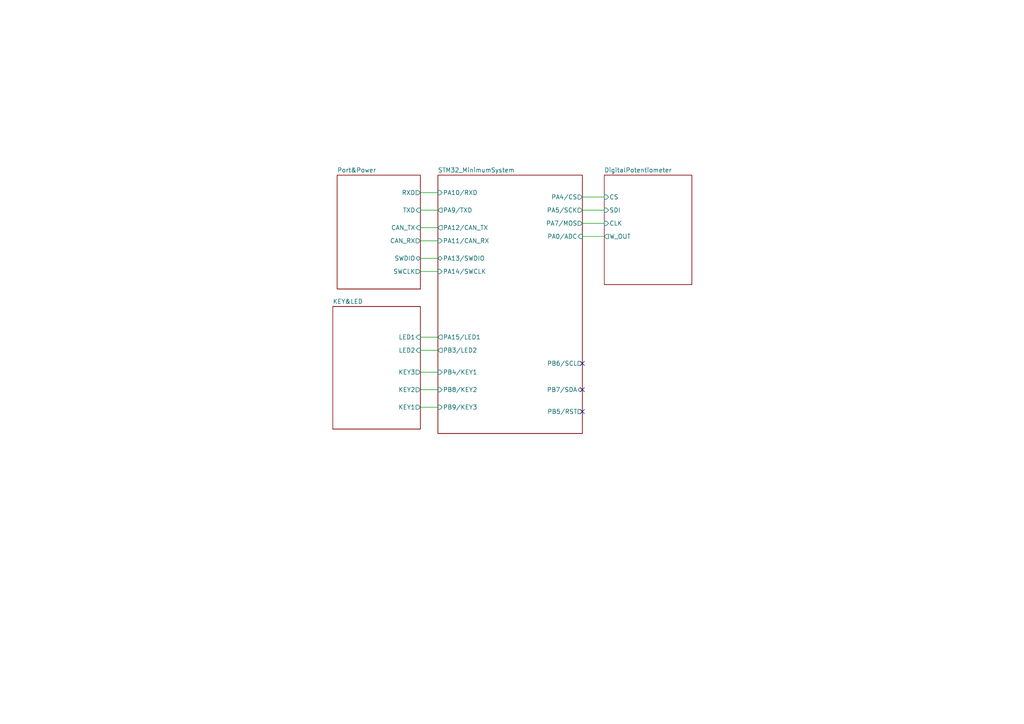
<source format=kicad_sch>
(kicad_sch (version 20211123) (generator eeschema)
  (paper "A4")
  (lib_symbols)
  (no_connect (at 168.91 105.41))
  (no_connect (at 168.91 113.03))
  (no_connect (at 168.91 119.38))
  (wire (pts (xy 121.92 78.74) (xy 127 78.74)))
  (wire (pts (xy 121.92 69.85) (xy 127 69.85)))
  (wire (pts (xy 121.92 66.04) (xy 127 66.04)))
  (wire (pts (xy 121.92 55.88) (xy 127 55.88)))
  (wire (pts (xy 121.92 74.93) (xy 127 74.93)))
  (wire (pts (xy 121.92 107.95) (xy 127 107.95)))
  (wire (pts (xy 168.91 64.77) (xy 175.26 64.77)))
  (wire (pts (xy 121.92 97.79) (xy 127 97.79)))
  (wire (pts (xy 168.91 60.96) (xy 175.26 60.96)))
  (wire (pts (xy 121.92 113.03) (xy 127 113.03)))
  (wire (pts (xy 121.92 60.96) (xy 127 60.96)))
  (wire (pts (xy 168.91 68.58) (xy 175.26 68.58)))
  (wire (pts (xy 121.92 118.11) (xy 127 118.11)))
  (wire (pts (xy 121.92 101.6) (xy 127 101.6)))
  (wire (pts (xy 168.91 57.15) (xy 175.26 57.15)))
  (sheet (at 96.52 88.9) (size 25.4 35.56) (stroke (width 0.1524))
    (property "Sheet name" "KEY&LED" (at 96.52 88.1884 0) (effects (justify left bottom)))
    (property "Sheet file" "KEY&LED_sch.kicad_sch" (effects hide))
    (pin "LED1" input (at 121.92 97.79 0))
    (pin "LED2" input (at 121.92 101.6 0))
    (pin "KEY3" output (at 121.92 107.95 0))
    (pin "KEY2" output (at 121.92 113.03 0))
    (pin "KEY1" output (at 121.92 118.11 0))
  )
  (sheet (at 175.26 50.8) (size 25.4 31.75) (stroke (width 0.1524))
    (property "Sheet name" "DigitalPotentiometer" (at 175.26 50.0884 0) (effects (justify left bottom)))
    (property "Sheet file" "DigitalPotentiometer_sch.kicad_sch" (effects hide))
    (pin "CS" input (at 175.26 57.15 180))
    (pin "SDI" input (at 175.26 60.96 180))
    (pin "CLK" input (at 175.26 64.77 180))
    (pin "W_OUT" output (at 175.26 68.58 180))
  )
  (sheet (at 127 50.8) (size 41.91 74.93) (stroke (width 0.1524))
    (property "Sheet name" "STM32_MinimumSystem" (at 127 50.0884 0) (effects (justify left bottom)))
    (property "Sheet file" "STM32_MinimumSystem_sch.kicad_sch" (effects hide))
    (pin "PA7{slash}MOS" output (at 168.91 64.77 0))
    (pin "PA15{slash}LED1" output (at 127 97.79 180))
    (pin "PB3{slash}LED2" output (at 127 101.6 180))
    (pin "PB4{slash}KEY1" input (at 127 107.95 180))
    (pin "PB8{slash}KEY2" input (at 127 113.03 180))
    (pin "PB7{slash}SDA" bidirectional (at 168.91 113.03 0))
    (pin "PA4{slash}CS" output (at 168.91 57.15 0))
    (pin "PA5{slash}SCK" output (at 168.91 60.96 0))
    (pin "PA0{slash}ADC" input (at 168.91 68.58 0))
    (pin "PB6{slash}SCL" output (at 168.91 105.41 0))
    (pin "PB5{slash}RST" output (at 168.91 119.38 0))
    (pin "PA11{slash}CAN_RX" input (at 127 69.85 180))
    (pin "PA10{slash}RXD" input (at 127 55.88 180))
    (pin "PA12{slash}CAN_TX" output (at 127 66.04 180))
    (pin "PA9{slash}TXD" output (at 127 60.96 180))
    (pin "PB9{slash}KEY3" input (at 127 118.11 180))
    (pin "PA13{slash}SWDIO" bidirectional (at 127 74.93 180))
    (pin "PA14{slash}SWCLK" input (at 127 78.74 180))
  )
  (sheet (at 97.79 50.8) (size 24.13 33.02) (stroke (width 0.1524))
    (property "Sheet name" "Port&Power" (at 97.79 50.0884 0) (effects (justify left bottom)))
    (property "Sheet file" "Port&Power_sch.kicad_sch" (effects hide))
    (pin "SWDIO" bidirectional (at 121.92 74.93 0))
    (pin "SWCLK" output (at 121.92 78.74 0))
    (pin "CAN_RX" output (at 121.92 69.85 0))
    (pin "CAN_TX" input (at 121.92 66.04 0))
    (pin "TXD" input (at 121.92 60.96 0))
    (pin "RXD" output (at 121.92 55.88 0))
  )
)
</source>
